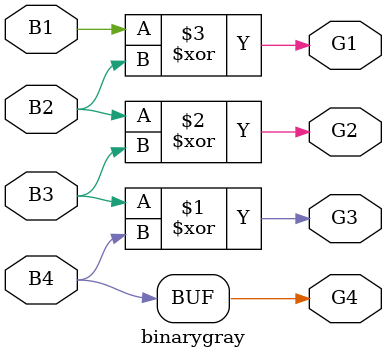
<source format=v>
module binarygray(B4,B3,B2,B1,G4,G3,G2,G1);
  input B4,B3,B2,B1;
  output G4,G3,G2,G1;
  assign G4=B4,G3=B3^B4,G2=B2^B3,G1=B1^B2;
endmodule
  
</source>
